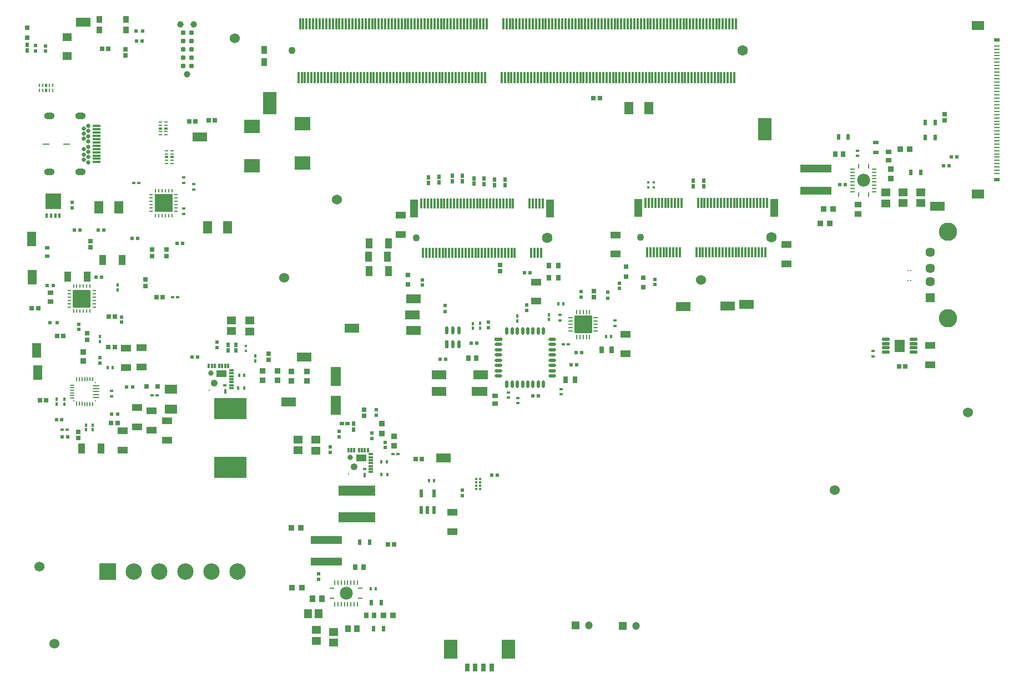
<source format=gbr>
%TF.GenerationSoftware,Altium Limited,Altium Designer,25.8.1 (18)*%
G04 Layer_Color=255*
%FSLAX45Y45*%
%MOMM*%
%TF.SameCoordinates,716D66D7-A0E9-4909-A487-8E51579E39AF*%
%TF.FilePolarity,Positive*%
%TF.FileFunction,Pads,Top*%
%TF.Part,Single*%
G01*
G75*
%TA.AperFunction,SMDPad,CuDef*%
%ADD10R,2.00000X3.50000*%
%ADD11R,0.30000X1.75000*%
%ADD12R,0.95814X0.91213*%
%ADD13R,0.70000X0.65000*%
%ADD14R,0.92000X1.30000*%
%ADD15R,0.67248X0.71535*%
%ADD16R,0.30000X0.72500*%
%ADD17R,0.57247X0.61535*%
%ADD18C,0.82688*%
%ADD19R,1.45620X1.25464*%
%ADD20R,2.33000X1.99000*%
%ADD21R,0.61535X0.57247*%
G04:AMPARAMS|DCode=22|XSize=0.2mm|YSize=1mm|CornerRadius=0.05mm|HoleSize=0mm|Usage=FLASHONLY|Rotation=270.000|XOffset=0mm|YOffset=0mm|HoleType=Round|Shape=RoundedRectangle|*
%AMROUNDEDRECTD22*
21,1,0.20000,0.90000,0,0,270.0*
21,1,0.10000,1.00000,0,0,270.0*
1,1,0.10000,-0.45000,-0.05000*
1,1,0.10000,-0.45000,0.05000*
1,1,0.10000,0.45000,0.05000*
1,1,0.10000,0.45000,-0.05000*
%
%ADD22ROUNDEDRECTD22*%
%ADD23C,1.52400*%
%ADD24R,0.28000X0.25000*%
%ADD25R,1.60000X1.05000*%
%ADD26R,0.50000X0.40000*%
%ADD27R,0.71535X0.67248*%
G04:AMPARAMS|DCode=28|XSize=0.45mm|YSize=1.15mm|CornerRadius=0.0495mm|HoleSize=0mm|Usage=FLASHONLY|Rotation=90.000|XOffset=0mm|YOffset=0mm|HoleType=Round|Shape=RoundedRectangle|*
%AMROUNDEDRECTD28*
21,1,0.45000,1.05100,0,0,90.0*
21,1,0.35100,1.15000,0,0,90.0*
1,1,0.09900,0.52550,0.17550*
1,1,0.09900,0.52550,-0.17550*
1,1,0.09900,-0.52550,-0.17550*
1,1,0.09900,-0.52550,0.17550*
%
%ADD28ROUNDEDRECTD28*%
G04:AMPARAMS|DCode=29|XSize=1.57mm|YSize=1.89mm|CornerRadius=0.0471mm|HoleSize=0mm|Usage=FLASHONLY|Rotation=0.000|XOffset=0mm|YOffset=0mm|HoleType=Round|Shape=RoundedRectangle|*
%AMROUNDEDRECTD29*
21,1,1.57000,1.79580,0,0,0.0*
21,1,1.47580,1.89000,0,0,0.0*
1,1,0.09420,0.73790,-0.89790*
1,1,0.09420,-0.73790,-0.89790*
1,1,0.09420,-0.73790,0.89790*
1,1,0.09420,0.73790,0.89790*
%
%ADD29ROUNDEDRECTD29*%
%ADD30R,0.45000X0.50000*%
%ADD31R,1.85000X1.35000*%
%ADD32R,0.50000X0.45000*%
%ADD33R,4.95300X3.17500*%
%ADD34R,0.91213X0.95814*%
%ADD35R,1.60000X3.00000*%
%ADD36R,2.20000X1.40000*%
%ADD37R,0.65000X0.70000*%
G04:AMPARAMS|DCode=38|XSize=0.24mm|YSize=0.58mm|CornerRadius=0.0504mm|HoleSize=0mm|Usage=FLASHONLY|Rotation=0.000|XOffset=0mm|YOffset=0mm|HoleType=Round|Shape=RoundedRectangle|*
%AMROUNDEDRECTD38*
21,1,0.24000,0.47920,0,0,0.0*
21,1,0.13920,0.58000,0,0,0.0*
1,1,0.10080,0.06960,-0.23960*
1,1,0.10080,-0.06960,-0.23960*
1,1,0.10080,-0.06960,0.23960*
1,1,0.10080,0.06960,0.23960*
%
%ADD38ROUNDEDRECTD38*%
%ADD39R,1.05000X1.60000*%
%ADD40R,0.47247X0.51535*%
%ADD41R,0.30000X1.55000*%
%ADD42R,0.80000X0.90000*%
G04:AMPARAMS|DCode=43|XSize=0.3mm|YSize=1.55mm|CornerRadius=0.0225mm|HoleSize=0mm|Usage=FLASHONLY|Rotation=0.000|XOffset=0mm|YOffset=0mm|HoleType=Round|Shape=RoundedRectangle|*
%AMROUNDEDRECTD43*
21,1,0.30000,1.50500,0,0,0.0*
21,1,0.25500,1.55000,0,0,0.0*
1,1,0.04500,0.12750,-0.75250*
1,1,0.04500,-0.12750,-0.75250*
1,1,0.04500,-0.12750,0.75250*
1,1,0.04500,0.12750,0.75250*
%
%ADD43ROUNDEDRECTD43*%
%ADD44R,0.90000X0.25000*%
%ADD45R,1.90000X1.40000*%
%ADD46R,0.90000X0.55000*%
%ADD47R,0.50000X0.90000*%
%ADD48R,0.95872X0.91213*%
%ADD49R,0.90000X0.50000*%
%TA.AperFunction,SMDPad,SMDef*%
%ADD50C,1.97100*%
%TA.AperFunction,SMDPad,CuDef*%
G04:AMPARAMS|DCode=51|XSize=0.24mm|YSize=0.6mm|CornerRadius=0.0504mm|HoleSize=0mm|Usage=FLASHONLY|Rotation=0.000|XOffset=0mm|YOffset=0mm|HoleType=Round|Shape=RoundedRectangle|*
%AMROUNDEDRECTD51*
21,1,0.24000,0.49920,0,0,0.0*
21,1,0.13920,0.60000,0,0,0.0*
1,1,0.10080,0.06960,-0.24960*
1,1,0.10080,-0.06960,-0.24960*
1,1,0.10080,-0.06960,0.24960*
1,1,0.10080,0.06960,0.24960*
%
%ADD51ROUNDEDRECTD51*%
%ADD52R,1.05000X0.95000*%
G04:AMPARAMS|DCode=53|XSize=2.7mm|YSize=2.7mm|CornerRadius=0.054mm|HoleSize=0mm|Usage=FLASHONLY|Rotation=0.000|XOffset=0mm|YOffset=0mm|HoleType=Round|Shape=RoundedRectangle|*
%AMROUNDEDRECTD53*
21,1,2.70000,2.59200,0,0,0.0*
21,1,2.59200,2.70000,0,0,0.0*
1,1,0.10800,1.29600,-1.29600*
1,1,0.10800,-1.29600,-1.29600*
1,1,0.10800,-1.29600,1.29600*
1,1,0.10800,1.29600,1.29600*
%
%ADD53ROUNDEDRECTD53*%
G04:AMPARAMS|DCode=54|XSize=0.24mm|YSize=0.6mm|CornerRadius=0.0504mm|HoleSize=0mm|Usage=FLASHONLY|Rotation=90.000|XOffset=0mm|YOffset=0mm|HoleType=Round|Shape=RoundedRectangle|*
%AMROUNDEDRECTD54*
21,1,0.24000,0.49920,0,0,90.0*
21,1,0.13920,0.60000,0,0,90.0*
1,1,0.10080,0.24960,0.06960*
1,1,0.10080,0.24960,-0.06960*
1,1,0.10080,-0.24960,-0.06960*
1,1,0.10080,-0.24960,0.06960*
%
%ADD54ROUNDEDRECTD54*%
G04:AMPARAMS|DCode=55|XSize=0.48583mm|YSize=1.18828mm|CornerRadius=0.24292mm|HoleSize=0mm|Usage=FLASHONLY|Rotation=0.000|XOffset=0mm|YOffset=0mm|HoleType=Round|Shape=RoundedRectangle|*
%AMROUNDEDRECTD55*
21,1,0.48583,0.70245,0,0,0.0*
21,1,0.00000,1.18828,0,0,0.0*
1,1,0.48583,0.00000,-0.35123*
1,1,0.48583,0.00000,-0.35123*
1,1,0.48583,0.00000,0.35123*
1,1,0.48583,0.00000,0.35123*
%
%ADD55ROUNDEDRECTD55*%
G04:AMPARAMS|DCode=56|XSize=1.18828mm|YSize=0.48583mm|CornerRadius=0.24292mm|HoleSize=0mm|Usage=FLASHONLY|Rotation=0.000|XOffset=0mm|YOffset=0mm|HoleType=Round|Shape=RoundedRectangle|*
%AMROUNDEDRECTD56*
21,1,1.18828,0.00000,0,0,0.0*
21,1,0.70245,0.48583,0,0,0.0*
1,1,0.48583,0.35123,0.00000*
1,1,0.48583,-0.35123,0.00000*
1,1,0.48583,-0.35123,0.00000*
1,1,0.48583,0.35123,0.00000*
%
%ADD56ROUNDEDRECTD56*%
%ADD57R,1.18828X0.48583*%
%ADD58R,0.75000X0.90000*%
%ADD59R,0.90000X0.75000*%
G04:AMPARAMS|DCode=60|XSize=1.20524mm|YSize=0.52981mm|CornerRadius=0.2649mm|HoleSize=0mm|Usage=FLASHONLY|Rotation=90.000|XOffset=0mm|YOffset=0mm|HoleType=Round|Shape=RoundedRectangle|*
%AMROUNDEDRECTD60*
21,1,1.20524,0.00000,0,0,90.0*
21,1,0.67543,0.52981,0,0,90.0*
1,1,0.52980,0.00000,0.33772*
1,1,0.52980,0.00000,-0.33772*
1,1,0.52980,0.00000,-0.33772*
1,1,0.52980,0.00000,0.33772*
%
%ADD60ROUNDEDRECTD60*%
%TA.AperFunction,ConnectorPad*%
%ADD61R,0.80000X1.30000*%
%TA.AperFunction,SMDPad,CuDef*%
%ADD62R,0.42000X0.31000*%
%TA.AperFunction,BGAPad,CuDef*%
%ADD63C,0.78700*%
%TA.AperFunction,SMDPad,CuDef*%
%ADD64R,0.60000X0.50000*%
G04:AMPARAMS|DCode=65|XSize=0.565mm|YSize=0.4mm|CornerRadius=0.05mm|HoleSize=0mm|Usage=FLASHONLY|Rotation=0.000|XOffset=0mm|YOffset=0mm|HoleType=Round|Shape=RoundedRectangle|*
%AMROUNDEDRECTD65*
21,1,0.56500,0.30000,0,0,0.0*
21,1,0.46500,0.40000,0,0,0.0*
1,1,0.10000,0.23250,-0.15000*
1,1,0.10000,-0.23250,-0.15000*
1,1,0.10000,-0.23250,0.15000*
1,1,0.10000,0.23250,0.15000*
%
%ADD65ROUNDEDRECTD65*%
%ADD66R,0.25000X0.60000*%
%ADD67R,0.60000X0.25000*%
%ADD68R,2.70000X2.70000*%
%ADD69R,0.90000X1.00000*%
%ADD70R,1.40000X1.30000*%
%ADD71R,1.20000X0.30000*%
%ADD72R,1.00000X0.20000*%
G04:AMPARAMS|DCode=73|XSize=0.565mm|YSize=0.4mm|CornerRadius=0.05mm|HoleSize=0mm|Usage=FLASHONLY|Rotation=270.000|XOffset=0mm|YOffset=0mm|HoleType=Round|Shape=RoundedRectangle|*
%AMROUNDEDRECTD73*
21,1,0.56500,0.30000,0,0,270.0*
21,1,0.46500,0.40000,0,0,270.0*
1,1,0.10000,-0.15000,-0.23250*
1,1,0.10000,-0.15000,0.23250*
1,1,0.10000,0.15000,0.23250*
1,1,0.10000,0.15000,-0.23250*
%
%ADD73ROUNDEDRECTD73*%
%ADD74R,0.80000X0.80000*%
%ADD75R,0.52000X0.56000*%
%ADD76R,0.80000X0.55000*%
%ADD77R,1.40000X2.20000*%
%ADD78R,0.65000X0.60000*%
%ADD79R,0.60000X0.65000*%
%ADD80R,0.72500X0.30000*%
%ADD81R,1.57500X1.05000*%
%ADD82R,0.40000X0.50000*%
%ADD83R,0.45000X0.60000*%
G04:AMPARAMS|DCode=84|XSize=1.21mm|YSize=0.59mm|CornerRadius=0.07375mm|HoleSize=0mm|Usage=FLASHONLY|Rotation=90.000|XOffset=0mm|YOffset=0mm|HoleType=Round|Shape=RoundedRectangle|*
%AMROUNDEDRECTD84*
21,1,1.21000,0.44250,0,0,90.0*
21,1,1.06250,0.59000,0,0,90.0*
1,1,0.14750,0.22125,0.53125*
1,1,0.14750,0.22125,-0.53125*
1,1,0.14750,-0.22125,-0.53125*
1,1,0.14750,-0.22125,0.53125*
%
%ADD84ROUNDEDRECTD84*%
%ADD85C,1.08000*%
%ADD86R,0.95000X1.05000*%
%ADD87R,1.25464X1.45620*%
%TA.AperFunction,ConnectorPad*%
%ADD88R,0.71535X0.67248*%
%TA.AperFunction,SMDPad,CuDef*%
%ADD89R,0.95000X0.85000*%
G04:AMPARAMS|DCode=90|XSize=0.2mm|YSize=0.6mm|CornerRadius=0.05mm|HoleSize=0mm|Usage=FLASHONLY|Rotation=270.000|XOffset=0mm|YOffset=0mm|HoleType=Round|Shape=RoundedRectangle|*
%AMROUNDEDRECTD90*
21,1,0.20000,0.50000,0,0,270.0*
21,1,0.10000,0.60000,0,0,270.0*
1,1,0.10000,-0.25000,-0.05000*
1,1,0.10000,-0.25000,0.05000*
1,1,0.10000,0.25000,0.05000*
1,1,0.10000,0.25000,-0.05000*
%
%ADD90ROUNDEDRECTD90*%
%ADD91R,0.51535X0.47247*%
%ADD92R,0.76000X0.72000*%
G04:AMPARAMS|DCode=93|XSize=0.6mm|YSize=0.24mm|CornerRadius=0.0504mm|HoleSize=0mm|Usage=FLASHONLY|Rotation=270.000|XOffset=0mm|YOffset=0mm|HoleType=Round|Shape=RoundedRectangle|*
%AMROUNDEDRECTD93*
21,1,0.60000,0.13920,0,0,270.0*
21,1,0.49920,0.24000,0,0,270.0*
1,1,0.10080,-0.06960,-0.24960*
1,1,0.10080,-0.06960,0.24960*
1,1,0.10080,0.06960,0.24960*
1,1,0.10080,0.06960,-0.24960*
%
%ADD93ROUNDEDRECTD93*%
%ADD94R,4.70000X1.18000*%
%ADD95R,5.60000X1.55000*%
%ADD96R,0.50000X0.55000*%
%ADD97R,0.52981X1.20524*%
G04:AMPARAMS|DCode=98|XSize=0.6mm|YSize=0.24mm|CornerRadius=0.0504mm|HoleSize=0mm|Usage=FLASHONLY|Rotation=0.000|XOffset=0mm|YOffset=0mm|HoleType=Round|Shape=RoundedRectangle|*
%AMROUNDEDRECTD98*
21,1,0.60000,0.13920,0,0,0.0*
21,1,0.49920,0.24000,0,0,0.0*
1,1,0.10080,0.24960,-0.06960*
1,1,0.10080,-0.24960,-0.06960*
1,1,0.10080,-0.24960,0.06960*
1,1,0.10080,0.24960,0.06960*
%
%ADD98ROUNDEDRECTD98*%
%ADD99R,0.80000X0.80000*%
G04:AMPARAMS|DCode=100|XSize=0.65mm|YSize=0.2mm|CornerRadius=0.05mm|HoleSize=0mm|Usage=FLASHONLY|Rotation=270.000|XOffset=0mm|YOffset=0mm|HoleType=Round|Shape=RoundedRectangle|*
%AMROUNDEDRECTD100*
21,1,0.65000,0.10000,0,0,270.0*
21,1,0.55000,0.20000,0,0,270.0*
1,1,0.10000,-0.05000,-0.27500*
1,1,0.10000,-0.05000,0.27500*
1,1,0.10000,0.05000,0.27500*
1,1,0.10000,0.05000,-0.27500*
%
%ADD100ROUNDEDRECTD100*%
G04:AMPARAMS|DCode=101|XSize=0.6mm|YSize=0.2mm|CornerRadius=0.05mm|HoleSize=0mm|Usage=FLASHONLY|Rotation=270.000|XOffset=0mm|YOffset=0mm|HoleType=Round|Shape=RoundedRectangle|*
%AMROUNDEDRECTD101*
21,1,0.60000,0.10000,0,0,270.0*
21,1,0.50000,0.20000,0,0,270.0*
1,1,0.10000,-0.05000,-0.25000*
1,1,0.10000,-0.05000,0.25000*
1,1,0.10000,0.05000,0.25000*
1,1,0.10000,0.05000,-0.25000*
%
%ADD101ROUNDEDRECTD101*%
%ADD102R,0.60000X0.55000*%
%ADD103C,0.17501*%
G04:AMPARAMS|DCode=104|XSize=0.68mm|YSize=0.2mm|CornerRadius=0.05mm|HoleSize=0mm|Usage=FLASHONLY|Rotation=270.000|XOffset=0mm|YOffset=0mm|HoleType=Round|Shape=RoundedRectangle|*
%AMROUNDEDRECTD104*
21,1,0.68000,0.10000,0,0,270.0*
21,1,0.58000,0.20000,0,0,270.0*
1,1,0.10000,-0.05000,-0.29000*
1,1,0.10000,-0.05000,0.29000*
1,1,0.10000,0.05000,0.29000*
1,1,0.10000,0.05000,-0.29000*
%
%ADD104ROUNDEDRECTD104*%
G04:AMPARAMS|DCode=105|XSize=0.2mm|YSize=0.95mm|CornerRadius=0.05mm|HoleSize=0mm|Usage=FLASHONLY|Rotation=270.000|XOffset=0mm|YOffset=0mm|HoleType=Round|Shape=RoundedRectangle|*
%AMROUNDEDRECTD105*
21,1,0.20000,0.85000,0,0,270.0*
21,1,0.10000,0.95000,0,0,270.0*
1,1,0.10000,-0.42500,-0.05000*
1,1,0.10000,-0.42500,0.05000*
1,1,0.10000,0.42500,0.05000*
1,1,0.10000,0.42500,-0.05000*
%
%ADD105ROUNDEDRECTD105*%
%ADD106C,0.19159*%
G04:AMPARAMS|DCode=107|XSize=0.7mm|YSize=0.2mm|CornerRadius=0.05mm|HoleSize=0mm|Usage=FLASHONLY|Rotation=270.000|XOffset=0mm|YOffset=0mm|HoleType=Round|Shape=RoundedRectangle|*
%AMROUNDEDRECTD107*
21,1,0.70000,0.10000,0,0,270.0*
21,1,0.60000,0.20000,0,0,270.0*
1,1,0.10000,-0.05000,-0.30000*
1,1,0.10000,-0.05000,0.30000*
1,1,0.10000,0.05000,0.30000*
1,1,0.10000,0.05000,-0.30000*
%
%ADD107ROUNDEDRECTD107*%
G04:AMPARAMS|DCode=108|XSize=0.58mm|YSize=0.24mm|CornerRadius=0.0504mm|HoleSize=0mm|Usage=FLASHONLY|Rotation=0.000|XOffset=0mm|YOffset=0mm|HoleType=Round|Shape=RoundedRectangle|*
%AMROUNDEDRECTD108*
21,1,0.58000,0.13920,0,0,0.0*
21,1,0.47920,0.24000,0,0,0.0*
1,1,0.10080,0.23960,-0.06960*
1,1,0.10080,-0.23960,-0.06960*
1,1,0.10080,-0.23960,0.06960*
1,1,0.10080,0.23960,0.06960*
%
%ADD108ROUNDEDRECTD108*%
%ADD109C,0.15750*%
%ADD110R,0.96213X0.93504*%
%ADD111R,0.86213X0.73504*%
%ADD112R,0.73504X0.86213*%
%ADD113R,0.90000X1.05000*%
%ADD114R,1.35000X1.85000*%
%TA.AperFunction,ConnectorPad*%
%ADD115R,2.10000X3.00000*%
%TA.AperFunction,SMDPad,CuDef*%
%ADD116R,1.20000X2.75000*%
%ADD117R,0.40000X0.75000*%
%ADD118R,2.45000X2.40000*%
%ADD119R,0.45000X0.45000*%
%ADD120R,0.57247X0.63933*%
G04:AMPARAMS|DCode=121|XSize=1.2mm|YSize=2.75mm|CornerRadius=0.09mm|HoleSize=0mm|Usage=FLASHONLY|Rotation=0.000|XOffset=0mm|YOffset=0mm|HoleType=Round|Shape=RoundedRectangle|*
%AMROUNDEDRECTD121*
21,1,1.20000,2.57000,0,0,0.0*
21,1,1.02000,2.75000,0,0,0.0*
1,1,0.18000,0.51000,-1.28500*
1,1,0.18000,-0.51000,-1.28500*
1,1,0.18000,-0.51000,1.28500*
1,1,0.18000,0.51000,1.28500*
%
%ADD121ROUNDEDRECTD121*%
%ADD122R,2.40000X1.40000*%
G04:AMPARAMS|DCode=123|XSize=0.565mm|YSize=0.2mm|CornerRadius=0.05mm|HoleSize=0mm|Usage=FLASHONLY|Rotation=0.000|XOffset=0mm|YOffset=0mm|HoleType=Round|Shape=RoundedRectangle|*
%AMROUNDEDRECTD123*
21,1,0.56500,0.10000,0,0,0.0*
21,1,0.46500,0.20000,0,0,0.0*
1,1,0.10000,0.23250,-0.05000*
1,1,0.10000,-0.23250,-0.05000*
1,1,0.10000,-0.23250,0.05000*
1,1,0.10000,0.23250,0.05000*
%
%ADD123ROUNDEDRECTD123*%
G04:AMPARAMS|DCode=124|XSize=0.565mm|YSize=0.2mm|CornerRadius=0.05mm|HoleSize=0mm|Usage=FLASHONLY|Rotation=270.000|XOffset=0mm|YOffset=0mm|HoleType=Round|Shape=RoundedRectangle|*
%AMROUNDEDRECTD124*
21,1,0.56500,0.10000,0,0,270.0*
21,1,0.46500,0.20000,0,0,270.0*
1,1,0.10000,-0.05000,-0.23250*
1,1,0.10000,-0.05000,0.23250*
1,1,0.10000,0.05000,0.23250*
1,1,0.10000,0.05000,-0.23250*
%
%ADD124ROUNDEDRECTD124*%
%ADD125C,0.27233*%
%ADD126R,0.58000X0.38000*%
%ADD127R,0.30000X0.73000*%
%ADD128R,0.43000X0.31000*%
%ADD129R,0.81213X0.65872*%
%ADD130R,0.75000X1.00000*%
%ADD131R,0.60000X0.60000*%
%ADD132R,0.55000X0.55000*%
%TA.AperFunction,ComponentPad*%
%ADD148C,1.10000*%
%ADD149C,1.60000*%
%ADD150R,1.45000X1.45000*%
%ADD151C,1.45000*%
%ADD152C,2.80000*%
%ADD153C,0.65000*%
%ADD154O,1.60000X1.00000*%
%ADD155C,2.50000*%
%ADD156R,2.50000X2.50000*%
%ADD157C,0.99100*%
%ADD158C,1.20000*%
%ADD159R,1.20000X1.20000*%
%TA.AperFunction,WasherPad*%
%ADD160C,1.52400*%
D10*
X13962500Y10928800D02*
D03*
X6412500Y11328800D02*
D03*
D11*
X6850000Y11718800D02*
D03*
X6900000D02*
D03*
X6950000D02*
D03*
X7000000D02*
D03*
X7050000D02*
D03*
X7100000D02*
D03*
X7150000D02*
D03*
X7200000D02*
D03*
X7250000D02*
D03*
X7300000D02*
D03*
X7350000D02*
D03*
X7400000D02*
D03*
X7450000D02*
D03*
X7500000D02*
D03*
X7550000D02*
D03*
X7600000D02*
D03*
X7650000D02*
D03*
X7700000D02*
D03*
X7750000D02*
D03*
X7800000D02*
D03*
X7850000D02*
D03*
X7900000D02*
D03*
X7950000D02*
D03*
X8000000D02*
D03*
X8050000D02*
D03*
X8100000D02*
D03*
X8150000D02*
D03*
X8200000D02*
D03*
X8250000D02*
D03*
X8300000D02*
D03*
X8350000D02*
D03*
X8400000D02*
D03*
X8450000D02*
D03*
X8500000D02*
D03*
X8550000D02*
D03*
X8600000D02*
D03*
X8650000D02*
D03*
X8700000D02*
D03*
X8750000D02*
D03*
X8800000D02*
D03*
X8850000D02*
D03*
X8900000D02*
D03*
X8950000D02*
D03*
X9000000D02*
D03*
X9050000D02*
D03*
X9100000D02*
D03*
X9150000D02*
D03*
X9200000D02*
D03*
X9250000D02*
D03*
X9300000D02*
D03*
X9350000D02*
D03*
X9400000D02*
D03*
X9450000D02*
D03*
X9500000D02*
D03*
X9550000D02*
D03*
X9600000D02*
D03*
X9650000D02*
D03*
X9700000D02*
D03*
X6875000Y12538800D02*
D03*
X6925000D02*
D03*
X6975000D02*
D03*
X7025000D02*
D03*
X7075000D02*
D03*
X7125000D02*
D03*
X7175000D02*
D03*
X7225000D02*
D03*
X7275000D02*
D03*
X7325000D02*
D03*
X7375000D02*
D03*
X7425000D02*
D03*
X7475000D02*
D03*
X7525000D02*
D03*
X7575000D02*
D03*
X7625000D02*
D03*
X7675000D02*
D03*
X7725000D02*
D03*
X7775000D02*
D03*
X7825000D02*
D03*
X7875000D02*
D03*
X7925000D02*
D03*
X7975000D02*
D03*
X8025000D02*
D03*
X8075000D02*
D03*
X8125000D02*
D03*
X8175000D02*
D03*
X8225000D02*
D03*
X8275000D02*
D03*
X8325000D02*
D03*
X8375000D02*
D03*
X8425000D02*
D03*
X8475000D02*
D03*
X8525000D02*
D03*
X8575000D02*
D03*
X8625000D02*
D03*
X8675000D02*
D03*
X8725000D02*
D03*
X8775000D02*
D03*
X8825000D02*
D03*
X8875000D02*
D03*
X8925000D02*
D03*
X8975000D02*
D03*
X9025000D02*
D03*
X9075000D02*
D03*
X9125000D02*
D03*
X9175000D02*
D03*
X9225000D02*
D03*
X9275000D02*
D03*
X9325000D02*
D03*
X9375000D02*
D03*
X9425000D02*
D03*
X9475000D02*
D03*
X9525000D02*
D03*
X9575000D02*
D03*
X9625000D02*
D03*
X9675000D02*
D03*
X9725000D02*
D03*
X9950000Y11718800D02*
D03*
X10000000D02*
D03*
X10050000D02*
D03*
X10100000D02*
D03*
X10150000D02*
D03*
X10200000D02*
D03*
X10250000D02*
D03*
X10300000D02*
D03*
X10350000D02*
D03*
X10400000D02*
D03*
X10450000D02*
D03*
X10500000D02*
D03*
X10550000D02*
D03*
X10600000D02*
D03*
X10650000D02*
D03*
X10700000D02*
D03*
X10750000D02*
D03*
X10800000D02*
D03*
X10850000D02*
D03*
X10900000D02*
D03*
X10950000D02*
D03*
X11000000D02*
D03*
X11050000D02*
D03*
X11100000D02*
D03*
X11150000D02*
D03*
X11200000D02*
D03*
X11250000D02*
D03*
X11300000D02*
D03*
X11350000D02*
D03*
X11400000D02*
D03*
X11450000D02*
D03*
X11500000D02*
D03*
X11550000D02*
D03*
X11600000D02*
D03*
X11650000D02*
D03*
X11700000D02*
D03*
X11750000D02*
D03*
X11800000D02*
D03*
X11850000D02*
D03*
X11900000D02*
D03*
X11950000D02*
D03*
X12000000D02*
D03*
X12050000D02*
D03*
X12100000D02*
D03*
X12150000D02*
D03*
X12200000D02*
D03*
X12250000D02*
D03*
X12300000D02*
D03*
X12350000D02*
D03*
X12400000D02*
D03*
X12450000D02*
D03*
X12500000D02*
D03*
X12550000D02*
D03*
X12600000D02*
D03*
X12650000D02*
D03*
X12700000D02*
D03*
X12750000D02*
D03*
X12800000D02*
D03*
X12850000D02*
D03*
X12900000D02*
D03*
X12950000D02*
D03*
X13000000D02*
D03*
X13050000D02*
D03*
X13100000D02*
D03*
X13150000D02*
D03*
X13200000D02*
D03*
X13250000D02*
D03*
X13300000D02*
D03*
X13350000D02*
D03*
X13400000D02*
D03*
X13450000D02*
D03*
X13500000D02*
D03*
X9975000Y12538800D02*
D03*
X10025000D02*
D03*
X10075000D02*
D03*
X10125000D02*
D03*
X10175000D02*
D03*
X10225000D02*
D03*
X10275000D02*
D03*
X10325000D02*
D03*
X10375000D02*
D03*
X10425000D02*
D03*
X10475000D02*
D03*
X10525000D02*
D03*
X10575000D02*
D03*
X10625000D02*
D03*
X10675000D02*
D03*
X10725000D02*
D03*
X10775000D02*
D03*
X10825000D02*
D03*
X10875000D02*
D03*
X10925000D02*
D03*
X10975000D02*
D03*
X11025000D02*
D03*
X11075000D02*
D03*
X11125000D02*
D03*
X11175000D02*
D03*
X11225000D02*
D03*
X11275000D02*
D03*
X11325000D02*
D03*
X11375000D02*
D03*
X11425000D02*
D03*
X11475000D02*
D03*
X11525000D02*
D03*
X11575000D02*
D03*
X11625000D02*
D03*
X11675000D02*
D03*
X11725000D02*
D03*
X11775000D02*
D03*
X11825000D02*
D03*
X11875000D02*
D03*
X11925000D02*
D03*
X11975000D02*
D03*
X12025000D02*
D03*
X12075000D02*
D03*
X12125000D02*
D03*
X12175000D02*
D03*
X12225000D02*
D03*
X12275000D02*
D03*
X12325000D02*
D03*
X12375000D02*
D03*
X12425000D02*
D03*
X12475000D02*
D03*
X12525000D02*
D03*
X12575000D02*
D03*
X12625000D02*
D03*
X12675000D02*
D03*
X12725000D02*
D03*
X12775000D02*
D03*
X12825000D02*
D03*
X12875000D02*
D03*
X12925000D02*
D03*
X12975000D02*
D03*
X13025000D02*
D03*
X13075000D02*
D03*
X13125000D02*
D03*
X13175000D02*
D03*
X13225000D02*
D03*
X13275000D02*
D03*
X13325000D02*
D03*
X13375000D02*
D03*
X13425000D02*
D03*
X13475000D02*
D03*
X13525000D02*
D03*
D12*
X6744794Y4837015D02*
D03*
X6890193D02*
D03*
X14863976Y9711453D02*
D03*
X14814241Y9491980D02*
D03*
X6754821Y3929380D02*
D03*
X6900219D02*
D03*
X14959639Y9491980D02*
D03*
X15009375Y9711453D02*
D03*
D13*
X11352020Y11404600D02*
D03*
X11447020D02*
D03*
X3952500Y7600000D02*
D03*
X4047500D02*
D03*
X5478780Y11059160D02*
D03*
X5573780D02*
D03*
X8310120Y4584700D02*
D03*
X8215120D02*
D03*
X4682500Y8360000D02*
D03*
X4777500D02*
D03*
X3956300Y8061960D02*
D03*
X4051300D02*
D03*
D14*
X6329680Y11949680D02*
D03*
Y12139680D02*
D03*
D15*
X7856220Y6644236D02*
D03*
X11353487Y8455256D02*
D03*
X16708121Y11155680D02*
D03*
X4838476Y8991112D02*
D03*
X4620000Y8992144D02*
D03*
X4520000Y8630000D02*
D03*
X16708121Y11059967D02*
D03*
X11353487Y8359544D02*
D03*
X4520000Y8534287D02*
D03*
X4620000Y9087856D02*
D03*
X4838476Y9086824D02*
D03*
X7856220Y6548524D02*
D03*
D16*
X7703750Y6028551D02*
D03*
X5573750Y7311250D02*
D03*
X5778750D02*
D03*
X7908750Y6028551D02*
D03*
X5733750Y7311250D02*
D03*
X5688750D02*
D03*
X5483750D02*
D03*
X5528750D02*
D03*
X5643750D02*
D03*
X7613750Y6028551D02*
D03*
X7658750D02*
D03*
X7863750D02*
D03*
X7773750D02*
D03*
X7818750D02*
D03*
D17*
X7338060Y5992184D02*
D03*
X5612647Y7588573D02*
D03*
X11165840Y8450256D02*
D03*
X11567160Y8435016D02*
D03*
X10334504Y8240883D02*
D03*
X9752841Y7984467D02*
D03*
X9085580Y8231493D02*
D03*
X9352280Y5331460D02*
D03*
X2838884Y12209239D02*
D03*
X8037647Y6640523D02*
D03*
X7970520Y6291580D02*
D03*
X7338060Y6077896D02*
D03*
X5612647Y7674285D02*
D03*
X3821376Y7355252D02*
D03*
X9352280Y5417173D02*
D03*
X9085580Y8145780D02*
D03*
X9752841Y7898754D02*
D03*
X3821376Y7440965D02*
D03*
X7970520Y6205867D02*
D03*
X7470000Y6315713D02*
D03*
Y6230000D02*
D03*
X3395980Y9726307D02*
D03*
Y9812020D02*
D03*
X2838884Y12123527D02*
D03*
X7157419Y4055640D02*
D03*
Y4141353D02*
D03*
X10334504Y8155171D02*
D03*
X11567160Y8349304D02*
D03*
X11165840Y8364544D02*
D03*
X8037647Y6554811D02*
D03*
D18*
X7642813Y5916364D02*
D03*
X5512813Y7199063D02*
D03*
D19*
X7117893Y6018789D02*
D03*
X6846873Y6024915D02*
D03*
X6103857Y7839052D02*
D03*
X5832837Y7844912D02*
D03*
X16343550Y9798619D02*
D03*
X16075661Y9798022D02*
D03*
X15808949Y9796316D02*
D03*
X5832837Y8010069D02*
D03*
X6103857Y8004208D02*
D03*
X7117893Y6183945D02*
D03*
X6846873Y6190071D02*
D03*
X7383523Y3085632D02*
D03*
X7122160Y3116524D02*
D03*
X16343550Y9963775D02*
D03*
X16075661Y9963178D02*
D03*
X15808949Y9961473D02*
D03*
X7383523Y3250789D02*
D03*
X7122160Y3281680D02*
D03*
D20*
X6911340Y11009640D02*
D03*
X6139180Y10971540D02*
D03*
X6911340Y10407640D02*
D03*
X6139180Y10369540D02*
D03*
D21*
X4003364Y6578600D02*
D03*
X10384427Y8734962D02*
D03*
X10298715D02*
D03*
X11170273Y7513320D02*
D03*
X11093424Y7330673D02*
D03*
X10424807Y6855460D02*
D03*
X9489440Y7658100D02*
D03*
X9887573Y5646420D02*
D03*
X4462386Y12277056D02*
D03*
X3762064Y8666480D02*
D03*
X3021309Y8536124D02*
D03*
X9009858Y7412204D02*
D03*
X4318000Y6990080D02*
D03*
X4089076Y6578600D02*
D03*
X9095570Y7412204D02*
D03*
X9801860Y5646420D02*
D03*
X4232287Y6990080D02*
D03*
X3847776Y8666480D02*
D03*
X15196497Y10081260D02*
D03*
X15110783D02*
D03*
X5229104Y7446124D02*
D03*
X5314817D02*
D03*
X4376673Y12277056D02*
D03*
X3107022Y8536124D02*
D03*
X11007711Y7330673D02*
D03*
X10510520Y6855460D02*
D03*
X9575153Y7658100D02*
D03*
X11084560Y7513320D02*
D03*
D22*
X3760000Y6830000D02*
D03*
Y6920000D02*
D03*
Y6965000D02*
D03*
Y6875000D02*
D03*
D23*
X7436206Y9849573D02*
D03*
X15028265Y5417273D02*
D03*
X2898140Y4246880D02*
D03*
D24*
X16190199Y8771449D02*
D03*
X16146201D02*
D03*
X16190199Y8611946D02*
D03*
X16146201D02*
D03*
D25*
X16484599Y7625440D02*
D03*
Y7330440D02*
D03*
X8412480Y9319260D02*
D03*
X14293259Y8869836D02*
D03*
X11687404Y9018479D02*
D03*
X14293259Y9164837D02*
D03*
X11687404Y9313479D02*
D03*
X11838059Y7500000D02*
D03*
X10479740Y8593838D02*
D03*
X9200000Y4782500D02*
D03*
X8412480Y9614260D02*
D03*
X4455160Y7297060D02*
D03*
X4216400Y7289440D02*
D03*
X4610100Y6331860D02*
D03*
X4847892Y6177211D02*
D03*
X4385745Y6379631D02*
D03*
X4165302Y6022476D02*
D03*
X9200000Y5077500D02*
D03*
X11838059Y7795000D02*
D03*
X4165302Y6317476D02*
D03*
X4847892Y6472212D02*
D03*
X4385745Y6674631D02*
D03*
X4610100Y6626860D02*
D03*
X4455160Y7592060D02*
D03*
X4216400Y7584440D02*
D03*
X10479740Y8298838D02*
D03*
D26*
X15620000Y7460000D02*
D03*
Y7540000D02*
D03*
X15382320Y10597260D02*
D03*
X11676380Y7922900D02*
D03*
X10838180Y8089900D02*
D03*
X10861035Y6879130D02*
D03*
X10055640Y6829456D02*
D03*
X10200640Y6744201D02*
D03*
X5099987Y10188042D02*
D03*
X5250180Y10086340D02*
D03*
X5100000Y9633674D02*
D03*
X4003040Y6929120D02*
D03*
Y6849120D02*
D03*
X15382320Y10517260D02*
D03*
X10838180Y8009900D02*
D03*
X5100000Y9713674D02*
D03*
X5250180Y10006340D02*
D03*
X5099987Y10108042D02*
D03*
X11676380Y8002900D02*
D03*
X10055640Y6909456D02*
D03*
X10200640Y6824200D02*
D03*
X10861035Y6959130D02*
D03*
D27*
X16110001Y7300000D02*
D03*
X16014288D02*
D03*
X2784288Y8190000D02*
D03*
X2908199Y6785976D02*
D03*
X3003911D02*
D03*
X5182099Y11043607D02*
D03*
X3855720Y12152529D02*
D03*
X8735713Y5890000D02*
D03*
X8640000D02*
D03*
X2880000Y8190000D02*
D03*
X3951433Y12152529D02*
D03*
X5277811Y11043607D02*
D03*
D28*
X16232500Y7587500D02*
D03*
Y7652500D02*
D03*
Y7717500D02*
D03*
Y7522500D02*
D03*
X15807500Y7717500D02*
D03*
Y7587500D02*
D03*
Y7652500D02*
D03*
Y7522500D02*
D03*
D29*
X16020000Y7620000D02*
D03*
D30*
X3715467Y6335148D02*
D03*
X3280000Y6725000D02*
D03*
X3160000D02*
D03*
X3820000Y7757500D02*
D03*
X10190480Y8076600D02*
D03*
X6190000Y7467500D02*
D03*
X3606800Y6335360D02*
D03*
X10668000Y8094380D02*
D03*
X3715467Y6410148D02*
D03*
X3606800Y6410360D02*
D03*
X3820000Y7682500D02*
D03*
X3280000Y6800000D02*
D03*
X4097020Y8546500D02*
D03*
X3160000Y6800000D02*
D03*
X4097020Y8471500D02*
D03*
X6190000Y7392500D02*
D03*
X10668000Y8019380D02*
D03*
X9621520Y7885360D02*
D03*
Y7960360D02*
D03*
X10190480Y8001600D02*
D03*
X9514321Y7884141D02*
D03*
Y7959141D02*
D03*
D31*
X4903659Y6652212D02*
D03*
Y6957212D02*
D03*
D32*
X4695759Y6859600D02*
D03*
X5005000Y8360000D02*
D03*
X10966950Y7639201D02*
D03*
X4342500Y10110000D02*
D03*
X8370450Y5965778D02*
D03*
X3250000Y6340000D02*
D03*
X3325000D02*
D03*
X4620759Y6859600D02*
D03*
X4930000Y8360000D02*
D03*
X4417500Y10110000D02*
D03*
X8295450Y5965778D02*
D03*
X10891950Y7639201D02*
D03*
D33*
X5808980Y5759450D02*
D03*
Y6661150D02*
D03*
D34*
X6305592Y7236693D02*
D03*
X6529166D02*
D03*
X6745779Y7225088D02*
D03*
X6980000Y7225399D02*
D03*
X8120380Y6427779D02*
D03*
X8305607Y6091256D02*
D03*
X6980000Y7080000D02*
D03*
X6745779Y7079689D02*
D03*
X6529166Y7091294D02*
D03*
X6305592D02*
D03*
X8120380Y6282381D02*
D03*
X8305607Y6236655D02*
D03*
D35*
X7420000Y7150000D02*
D03*
Y6710000D02*
D03*
D36*
X6934853Y7451206D02*
D03*
X6700000Y6760000D02*
D03*
X9065000Y5905000D02*
D03*
X16596359Y9748520D02*
D03*
X3564456Y12562900D02*
D03*
X5349240Y10812780D02*
D03*
X7668260Y7886700D02*
D03*
X8996600Y6926580D02*
D03*
Y7180580D02*
D03*
X9626600D02*
D03*
X13682980Y8249920D02*
D03*
X12717780Y8219440D02*
D03*
X13401041Y8229600D02*
D03*
X8590280Y8087360D02*
D03*
X8603632Y7852367D02*
D03*
X8605520Y8333740D02*
D03*
D37*
X6400000Y7497500D02*
D03*
X9923780Y8756900D02*
D03*
X3630000Y7712500D02*
D03*
X3489667Y6212232D02*
D03*
Y6307232D02*
D03*
X9923780Y8851900D02*
D03*
X6400000Y7402500D02*
D03*
X3630000Y7807500D02*
D03*
X3680000Y9122500D02*
D03*
Y9217500D02*
D03*
X4211320Y12053060D02*
D03*
Y12148060D02*
D03*
D38*
X3670000Y8147500D02*
D03*
X3620000D02*
D03*
X3470000D02*
D03*
X3420000D02*
D03*
X3520000D02*
D03*
X3570000D02*
D03*
X3420000Y8530000D02*
D03*
X3470000D02*
D03*
X3520000D02*
D03*
X3570000D02*
D03*
X3620000D02*
D03*
X3670000D02*
D03*
D39*
X8221980Y8760460D02*
D03*
X8211018Y8982120D02*
D03*
X8227060Y9182100D02*
D03*
X7932060D02*
D03*
X7916018Y8982120D02*
D03*
X7926980Y8760460D02*
D03*
X3863160Y8930640D02*
D03*
X3624770Y8679000D02*
D03*
X3545660Y6047740D02*
D03*
X3840660D02*
D03*
X4158160Y8930640D02*
D03*
X3329770Y8679000D02*
D03*
D40*
X8745220Y8628136D02*
D03*
X11748684Y8494499D02*
D03*
X12288520Y8559800D02*
D03*
X2995007Y12199199D02*
D03*
X3497500Y7867713D02*
D03*
X8745220Y8552424D02*
D03*
X12288520Y8635513D02*
D03*
X11748684Y8570212D02*
D03*
X2995007Y12123487D02*
D03*
X3497500Y7943426D02*
D03*
D41*
X8750257Y9042100D02*
D03*
X8800257D02*
D03*
X9100257D02*
D03*
X9000257D02*
D03*
X9050257D02*
D03*
X10500257D02*
D03*
X9150257D02*
D03*
X10450257D02*
D03*
X10550257D02*
D03*
X10575257Y9797100D02*
D03*
X10525257D02*
D03*
X10475257D02*
D03*
X9975257D02*
D03*
X10125257D02*
D03*
X9675257D02*
D03*
X9825257D02*
D03*
X9375257D02*
D03*
X9525257D02*
D03*
X9075257D02*
D03*
X9225257D02*
D03*
X8925257D02*
D03*
X8725257D02*
D03*
X8775257D02*
D03*
X9925257D02*
D03*
X9275257D02*
D03*
X10050257Y9042100D02*
D03*
X9775257Y9797100D02*
D03*
X8825257D02*
D03*
X9175257D02*
D03*
X9425257D02*
D03*
X10075257D02*
D03*
X10000257Y9042100D02*
D03*
X8875257Y9797100D02*
D03*
X9475257D02*
D03*
X9950257Y9042100D02*
D03*
X9725257Y9797100D02*
D03*
X9125257D02*
D03*
X10025257D02*
D03*
X10400257Y9042100D02*
D03*
X10150257D02*
D03*
X10100257D02*
D03*
X9900257D02*
D03*
X9850257D02*
D03*
X9800257D02*
D03*
X9750257D02*
D03*
X9700257D02*
D03*
X9650257D02*
D03*
X9600257D02*
D03*
X9550257D02*
D03*
X9500257D02*
D03*
X9450257D02*
D03*
X9400257D02*
D03*
X9350257D02*
D03*
X9300257D02*
D03*
X9250257D02*
D03*
X9200257D02*
D03*
X8950257D02*
D03*
X8900257D02*
D03*
X8850257D02*
D03*
X10425257Y9797100D02*
D03*
X10375257D02*
D03*
X9875257D02*
D03*
X9625257D02*
D03*
X9575257D02*
D03*
X9325257D02*
D03*
X9025257D02*
D03*
X8975257D02*
D03*
D42*
X10672640Y8659506D02*
D03*
X10817640D02*
D03*
Y8844506D02*
D03*
X10672640D02*
D03*
D43*
X12170759Y9048410D02*
D03*
X13920760D02*
D03*
X13970760D02*
D03*
X12220759D02*
D03*
X13695760Y9803410D02*
D03*
X13995760D02*
D03*
X13845760D02*
D03*
X13545760D02*
D03*
X13395760D02*
D03*
X12945760D02*
D03*
X12295759D02*
D03*
X13245760D02*
D03*
X13095760D02*
D03*
X12145759D02*
D03*
X12570759Y9048410D02*
D03*
X13370760D02*
D03*
X12970760D02*
D03*
X13020760D02*
D03*
X12670759D02*
D03*
X12920760D02*
D03*
X13045760Y9803410D02*
D03*
X12995760D02*
D03*
X12420759Y9048410D02*
D03*
X12370759D02*
D03*
X12320759D02*
D03*
X12270759D02*
D03*
X12195759Y9803410D02*
D03*
X12245759D02*
D03*
X12345759D02*
D03*
X12395759D02*
D03*
X12445759D02*
D03*
X12470759Y9048410D02*
D03*
X12495759Y9803410D02*
D03*
X12520759Y9048410D02*
D03*
X12545759Y9803410D02*
D03*
X12595759D02*
D03*
X12645759D02*
D03*
X12695759D02*
D03*
X13070760Y9048410D02*
D03*
X13120760D02*
D03*
X13145760Y9803410D02*
D03*
X13170760Y9048410D02*
D03*
X13195760Y9803410D02*
D03*
X13220760Y9048410D02*
D03*
X13270760D02*
D03*
X13295760Y9803410D02*
D03*
X13320760Y9048410D02*
D03*
X13345760Y9803410D02*
D03*
X13420760Y9048410D02*
D03*
X13445760Y9803410D02*
D03*
X13470760Y9048410D02*
D03*
X13495760Y9803410D02*
D03*
X13520760Y9048410D02*
D03*
X13570760D02*
D03*
X13595760Y9803410D02*
D03*
X13620760Y9048410D02*
D03*
X13645760Y9803410D02*
D03*
X13670760Y9048410D02*
D03*
X13720760D02*
D03*
X13745760Y9803410D02*
D03*
X13770760Y9048410D02*
D03*
X13795760Y9803410D02*
D03*
X13820760Y9048410D02*
D03*
X13870760D02*
D03*
X13895760Y9803410D02*
D03*
X13945760D02*
D03*
X12620759Y9048410D02*
D03*
D44*
X17500000Y11200000D02*
D03*
Y11250000D02*
D03*
Y11300000D02*
D03*
Y11350000D02*
D03*
Y12150000D02*
D03*
Y12000000D02*
D03*
Y11550000D02*
D03*
Y11850000D02*
D03*
Y11700000D02*
D03*
Y11100000D02*
D03*
Y11000000D02*
D03*
Y11050000D02*
D03*
Y10950000D02*
D03*
Y10850000D02*
D03*
Y11400000D02*
D03*
Y10800000D02*
D03*
Y10700000D02*
D03*
Y10750000D02*
D03*
Y10350000D02*
D03*
Y10300000D02*
D03*
Y11750000D02*
D03*
Y11450000D02*
D03*
Y11650000D02*
D03*
Y10650000D02*
D03*
Y12050000D02*
D03*
Y10400000D02*
D03*
Y11950000D02*
D03*
Y10600000D02*
D03*
Y11600000D02*
D03*
Y11900000D02*
D03*
Y10450000D02*
D03*
Y11800000D02*
D03*
Y11500000D02*
D03*
Y10900000D02*
D03*
Y12100000D02*
D03*
Y12200000D02*
D03*
Y11150000D02*
D03*
Y10550000D02*
D03*
Y10500000D02*
D03*
Y10250000D02*
D03*
D45*
X17217999Y12510000D02*
D03*
Y9940000D02*
D03*
D46*
X17500000Y12290000D02*
D03*
Y10160000D02*
D03*
D47*
X16411288Y11030720D02*
D03*
X16412141Y10797540D02*
D03*
X16341159Y10269220D02*
D03*
X8144579Y3299460D02*
D03*
X8111939Y3695807D02*
D03*
X7786301Y4617720D02*
D03*
X15238799Y10810240D02*
D03*
X16561287Y11030720D02*
D03*
X16562138Y10797540D02*
D03*
X15088802Y10810240D02*
D03*
X16191161Y10269220D02*
D03*
X7961941Y3695807D02*
D03*
X7994581Y3299460D02*
D03*
X7936299Y4617720D02*
D03*
D48*
X16174918Y10619759D02*
D03*
X8293661Y3505200D02*
D03*
X16029576Y10619759D02*
D03*
X8148320Y3505200D02*
D03*
D49*
X15661639Y10720139D02*
D03*
Y10570141D02*
D03*
D50*
X15471140Y10144760D02*
D03*
X7577220Y3838040D02*
D03*
D51*
X15546140Y10359760D02*
D03*
X11193780Y7752620D02*
D03*
X15396140Y10359760D02*
D03*
Y9929760D02*
D03*
X15546140D02*
D03*
X11143780Y8135120D02*
D03*
X11243780D02*
D03*
X11143780Y7752620D02*
D03*
X11093780D02*
D03*
X11243780D02*
D03*
X11293780D02*
D03*
Y8135120D02*
D03*
X11193780D02*
D03*
X11093780D02*
D03*
D52*
X15388506Y9630260D02*
D03*
Y9775260D02*
D03*
D53*
X11193780Y7945120D02*
D03*
X3545000Y8338750D02*
D03*
D54*
X11001280Y7945120D02*
D03*
Y7845120D02*
D03*
X11386280D02*
D03*
Y7895120D02*
D03*
X11001280D02*
D03*
X11386280Y7945120D02*
D03*
Y7995120D02*
D03*
X11001280Y8045120D02*
D03*
Y7995120D02*
D03*
X11386280Y8045120D02*
D03*
X7792220Y3913040D02*
D03*
X7362220D02*
D03*
Y3763040D02*
D03*
X7792220D02*
D03*
D55*
X10590000Y7849121D02*
D03*
X10350000D02*
D03*
Y7030879D02*
D03*
X10430000Y7849121D02*
D03*
X10030000Y7030879D02*
D03*
X10110000D02*
D03*
X10190000D02*
D03*
X10270000D02*
D03*
X10430000D02*
D03*
X10590000D02*
D03*
X10270000Y7849121D02*
D03*
X10190000D02*
D03*
X10110000D02*
D03*
X10030000D02*
D03*
X10510000Y7030879D02*
D03*
Y7849121D02*
D03*
D56*
X10719121Y7400000D02*
D03*
X9900879Y7320000D02*
D03*
Y7640000D02*
D03*
Y7560000D02*
D03*
Y7480000D02*
D03*
X10719121Y7160000D02*
D03*
Y7560000D02*
D03*
Y7640000D02*
D03*
X9900879Y7160000D02*
D03*
Y7240000D02*
D03*
X10719121D02*
D03*
Y7720000D02*
D03*
Y7320000D02*
D03*
X9900879Y7400000D02*
D03*
X10719121Y7480000D02*
D03*
D57*
X9900879Y7720000D02*
D03*
D58*
X9561528Y7428580D02*
D03*
X9441528D02*
D03*
D59*
X9851600Y6735071D02*
D03*
Y6855071D02*
D03*
D60*
X9204960Y7644492D02*
D03*
X9109960Y7854588D02*
D03*
X9204960D02*
D03*
X9299960D02*
D03*
Y7644492D02*
D03*
D61*
X9798860Y2708300D02*
D03*
X9673860D02*
D03*
X9548860D02*
D03*
X9423860D02*
D03*
D62*
X9618000Y5481720D02*
D03*
X9559000D02*
D03*
Y5531720D02*
D03*
X9618000D02*
D03*
X9559000Y5581720D02*
D03*
X9618000D02*
D03*
X9559000Y5431720D02*
D03*
D63*
X5214915Y12270212D02*
D03*
Y11889212D02*
D03*
Y12016212D02*
D03*
Y12143212D02*
D03*
X5087915Y11889212D02*
D03*
Y12016212D02*
D03*
Y12143212D02*
D03*
Y12270212D02*
D03*
Y12397212D02*
D03*
X5214915D02*
D03*
D64*
X4475480Y12425680D02*
D03*
X4375480D02*
D03*
D65*
X4746500Y10940000D02*
D03*
X4830000D02*
D03*
X4838250Y10500000D02*
D03*
X4921750D02*
D03*
D66*
X4820000Y9990000D02*
D03*
Y9610000D02*
D03*
X4920000D02*
D03*
X4870000D02*
D03*
X4770000D02*
D03*
X4720000D02*
D03*
X4670000D02*
D03*
Y9990000D02*
D03*
X4720000D02*
D03*
X4770000D02*
D03*
X4870000D02*
D03*
X4920000D02*
D03*
D67*
X4985000Y9825000D02*
D03*
X4605000Y9775000D02*
D03*
Y9875000D02*
D03*
Y9925000D02*
D03*
X4985000D02*
D03*
Y9875000D02*
D03*
Y9775000D02*
D03*
Y9725000D02*
D03*
Y9675000D02*
D03*
X4605000D02*
D03*
Y9725000D02*
D03*
Y9825000D02*
D03*
D68*
X4795000Y9800000D02*
D03*
D69*
X4223280Y12602200D02*
D03*
X3813280D02*
D03*
X4223280Y12442200D02*
D03*
X3813280D02*
D03*
D70*
X3320000Y12335000D02*
D03*
Y12045000D02*
D03*
D71*
X3768000Y10975000D02*
D03*
Y10425000D02*
D03*
Y10575000D02*
D03*
Y10825000D02*
D03*
Y10925000D02*
D03*
Y10875000D02*
D03*
Y10775000D02*
D03*
Y10725000D02*
D03*
Y10675000D02*
D03*
Y10625000D02*
D03*
Y10525000D02*
D03*
Y10475000D02*
D03*
D72*
X3310000Y10700000D02*
D03*
X3000000D02*
D03*
D73*
Y11600000D02*
D03*
Y11516500D02*
D03*
D74*
X2710000Y12475000D02*
D03*
X12113011Y8660910D02*
D03*
Y8510910D02*
D03*
X2710000Y12325000D02*
D03*
X11852287Y8825979D02*
D03*
Y8675979D02*
D03*
X8524240Y8554720D02*
D03*
Y8704720D02*
D03*
D75*
X4155440Y7978880D02*
D03*
Y8056880D02*
D03*
D76*
X3020000Y8987500D02*
D03*
Y9112500D02*
D03*
D77*
X2780000Y9250000D02*
D03*
X2860000Y7550000D02*
D03*
X2870000Y7210000D02*
D03*
X2790000Y8670000D02*
D03*
D78*
X7511975Y6430000D02*
D03*
X7596975D02*
D03*
D79*
X7694117Y6427500D02*
D03*
X5895400Y7635000D02*
D03*
X5780000D02*
D03*
X7694117Y6342500D02*
D03*
X2715260Y12129860D02*
D03*
Y12214860D02*
D03*
X5895400Y7550000D02*
D03*
X5780000D02*
D03*
D80*
X7955000Y5917301D02*
D03*
Y5782301D02*
D03*
X5825000Y7200000D02*
D03*
Y7065000D02*
D03*
Y7155000D02*
D03*
Y7245000D02*
D03*
Y7020000D02*
D03*
Y7110000D02*
D03*
Y6975000D02*
D03*
X7955000Y5962301D02*
D03*
Y5872301D02*
D03*
Y5737301D02*
D03*
Y5692301D02*
D03*
Y5827301D02*
D03*
D81*
X7810000Y5909801D02*
D03*
X5680000Y7192500D02*
D03*
D82*
X6026650Y7167295D02*
D03*
X8920000Y5560000D02*
D03*
X8195940Y5847080D02*
D03*
X8029720Y3912374D02*
D03*
X4020000Y7290000D02*
D03*
X8840000Y5560000D02*
D03*
X3940000Y7290000D02*
D03*
X5946650Y7167295D02*
D03*
X8115940Y5847080D02*
D03*
X10895320Y8260080D02*
D03*
X10815320D02*
D03*
X11541231Y7756940D02*
D03*
X11621231D02*
D03*
X7949720Y3912374D02*
D03*
D83*
X6025900Y6974840D02*
D03*
X8208520Y5651500D02*
D03*
X5930900Y6974840D02*
D03*
X8113520Y5651500D02*
D03*
D84*
X8820000Y5114500D02*
D03*
X8725000D02*
D03*
X8915000D02*
D03*
X8725000Y5365500D02*
D03*
X8915000D02*
D03*
D85*
X7700000Y5767301D02*
D03*
X5570000Y7050000D02*
D03*
D86*
X7062720Y3756625D02*
D03*
X7207720D02*
D03*
D87*
X6993862Y3528060D02*
D03*
X7159018D02*
D03*
D88*
X3171690Y7770976D02*
D03*
X3267403D02*
D03*
D89*
X3566160Y7524940D02*
D03*
Y7389940D02*
D03*
D90*
X3400000Y7020000D02*
D03*
Y6980000D02*
D03*
Y6900000D02*
D03*
Y6820000D02*
D03*
Y6860000D02*
D03*
Y6940000D02*
D03*
D91*
X3160000Y6490000D02*
D03*
X3235713D02*
D03*
D92*
X4090086Y6439976D02*
D03*
X3992086D02*
D03*
D93*
X7402220Y4003040D02*
D03*
X7602220Y3673040D02*
D03*
X7552220D02*
D03*
X7502220D02*
D03*
X7752220Y4003040D02*
D03*
X7702220D02*
D03*
X7652220D02*
D03*
X7602220D02*
D03*
X7552220D02*
D03*
X7502220D02*
D03*
X7452220D02*
D03*
X7402220Y3673040D02*
D03*
X7452220D02*
D03*
X7652220D02*
D03*
X7702220D02*
D03*
X7752220D02*
D03*
D94*
X7277100Y4656620D02*
D03*
X14741579Y9991560D02*
D03*
Y10322560D02*
D03*
X7277100Y4325620D02*
D03*
D95*
X7741189Y4999600D02*
D03*
Y5404600D02*
D03*
D96*
X8170000Y6145000D02*
D03*
Y6070000D02*
D03*
D97*
X9109960Y7644492D02*
D03*
D98*
X15306140Y9969760D02*
D03*
X15636140Y10069760D02*
D03*
Y10169760D02*
D03*
Y10119760D02*
D03*
X15306140Y10019760D02*
D03*
Y10269760D02*
D03*
X15636140D02*
D03*
Y10319760D02*
D03*
X15306140Y10219760D02*
D03*
Y10169760D02*
D03*
Y10119760D02*
D03*
Y10069760D02*
D03*
Y10319760D02*
D03*
X15636140Y10219760D02*
D03*
Y9969760D02*
D03*
Y10019760D02*
D03*
D99*
X4698659Y6996781D02*
D03*
X4533659D02*
D03*
D100*
X3510000Y6732500D02*
D03*
D101*
X3630000Y6730000D02*
D03*
X3590000Y7110000D02*
D03*
Y6730000D02*
D03*
X3670000D02*
D03*
X3710000D02*
D03*
X3630000Y7110000D02*
D03*
X3710000D02*
D03*
X3670000D02*
D03*
X3470000D02*
D03*
X3550000D02*
D03*
X3510000D02*
D03*
D102*
X3246040Y6229600D02*
D03*
X3331040D02*
D03*
X16693559Y10365740D02*
D03*
X16778560D02*
D03*
X16813000Y10504105D02*
D03*
X16898000D02*
D03*
X3430000Y9390000D02*
D03*
X3515000D02*
D03*
X5080000Y9180000D02*
D03*
X4995000D02*
D03*
X4313600Y9260840D02*
D03*
X4398600D02*
D03*
D103*
X3426875Y6776875D02*
D03*
X3753125Y6781875D02*
D03*
D104*
X3550000Y6734000D02*
D03*
D105*
X3762500Y7010000D02*
D03*
D106*
X3753125Y7056875D02*
D03*
D107*
X3470000Y6735000D02*
D03*
D108*
X3736250Y8463750D02*
D03*
Y8413750D02*
D03*
Y8263750D02*
D03*
Y8213750D02*
D03*
Y8363750D02*
D03*
X3353750Y8463750D02*
D03*
Y8263750D02*
D03*
Y8413750D02*
D03*
X3736250Y8313750D02*
D03*
X3353750Y8213750D02*
D03*
Y8313750D02*
D03*
Y8363750D02*
D03*
D109*
X3413750Y7061250D02*
D03*
D110*
X15889372Y10175202D02*
D03*
Y10318281D02*
D03*
D111*
X15851640Y10580392D02*
D03*
Y10457313D02*
D03*
D112*
X15159840Y10546060D02*
D03*
X15036761D02*
D03*
X7885553Y3502582D02*
D03*
X8008632D02*
D03*
X7718481Y4239260D02*
D03*
X7841559D02*
D03*
D113*
X7603833Y3302582D02*
D03*
X7738833D02*
D03*
D114*
X12192200Y11247120D02*
D03*
X11887200D02*
D03*
X3807360Y9730740D02*
D03*
X4112360D02*
D03*
X5772500Y9430000D02*
D03*
X5467500D02*
D03*
D115*
X10053860Y2983300D02*
D03*
X9168860D02*
D03*
D116*
X10685257Y9719600D02*
D03*
X8615257D02*
D03*
D117*
X3012500Y9607500D02*
D03*
X3142500D02*
D03*
X3207500D02*
D03*
X3077500D02*
D03*
D118*
X3110000Y9830000D02*
D03*
D119*
X12272040Y10035910D02*
D03*
Y10115910D02*
D03*
X12185871Y10035910D02*
D03*
Y10115910D02*
D03*
X6050000Y7620000D02*
D03*
Y7540000D02*
D03*
D120*
X8994135Y10196210D02*
D03*
Y10112895D02*
D03*
X9195034Y10217023D02*
D03*
Y10133708D02*
D03*
X8836894Y10189060D02*
D03*
Y10105745D02*
D03*
X9841844Y10158477D02*
D03*
Y10075162D02*
D03*
X9999092Y10158490D02*
D03*
Y10075175D02*
D03*
X9352280Y10214358D02*
D03*
Y10131042D02*
D03*
X9527350Y10177870D02*
D03*
Y10094555D02*
D03*
X13034991Y10057876D02*
D03*
Y10141191D02*
D03*
X12876874Y10057876D02*
D03*
Y10141191D02*
D03*
X9684597Y10174639D02*
D03*
Y10091324D02*
D03*
D121*
X12035759Y9725910D02*
D03*
X14105759D02*
D03*
D122*
X9616600Y6926580D02*
D03*
D123*
X4830000Y11040000D02*
D03*
Y10990000D02*
D03*
Y10890000D02*
D03*
Y10840000D02*
D03*
X4746500D02*
D03*
Y10890000D02*
D03*
Y10990000D02*
D03*
Y11040000D02*
D03*
X4838250Y10600000D02*
D03*
Y10550000D02*
D03*
Y10450000D02*
D03*
Y10400000D02*
D03*
X4921750D02*
D03*
Y10450000D02*
D03*
Y10550000D02*
D03*
Y10600000D02*
D03*
D124*
X3100000Y11600000D02*
D03*
X3050000D02*
D03*
X2950000D02*
D03*
X2900000D02*
D03*
Y11516500D02*
D03*
X2950000D02*
D03*
X3050000D02*
D03*
X3100000D02*
D03*
D125*
X5486875Y6941875D02*
D03*
X7616875Y5659176D02*
D03*
D126*
X5729750Y7018500D02*
D03*
X7859750Y5735801D02*
D03*
D127*
X5733750Y6924000D02*
D03*
X7863750Y5641301D02*
D03*
D128*
X9617500Y5431720D02*
D03*
D129*
X3066374Y8426280D02*
D03*
Y8290938D02*
D03*
D130*
X11624380Y7559040D02*
D03*
X11474380D02*
D03*
X10922000Y7099300D02*
D03*
X11072000D02*
D03*
D131*
X3166540Y7973060D02*
D03*
X3061540D02*
D03*
D132*
X3885000Y9390000D02*
D03*
X3795000D02*
D03*
D148*
X6747500Y12128800D02*
D03*
X8650257Y9269600D02*
D03*
X12070759Y9275910D02*
D03*
D149*
X13627499Y12128800D02*
D03*
X10650257Y9269600D02*
D03*
X14070760Y9275910D02*
D03*
D150*
X16485600Y8350000D02*
D03*
D151*
Y8800000D02*
D03*
Y8600000D02*
D03*
Y9050000D02*
D03*
D152*
X16756599Y8043000D02*
D03*
Y9357000D02*
D03*
D153*
X3643000Y10980000D02*
D03*
Y10900000D02*
D03*
Y10500000D02*
D03*
Y10420000D02*
D03*
Y10820000D02*
D03*
Y10580000D02*
D03*
X3573000Y10540000D02*
D03*
Y10460000D02*
D03*
Y10940000D02*
D03*
Y10860000D02*
D03*
Y10620000D02*
D03*
Y10780000D02*
D03*
X3643000Y10660000D02*
D03*
Y10740000D02*
D03*
D154*
X3528000Y11127000D02*
D03*
X3055000D02*
D03*
X3528000Y10273000D02*
D03*
X3055000D02*
D03*
D155*
X5920000Y4170000D02*
D03*
X5524000D02*
D03*
X4336000D02*
D03*
X4732000D02*
D03*
X5128000D02*
D03*
D156*
X3940000D02*
D03*
D157*
X5151415Y11762212D02*
D03*
X5252915Y12524212D02*
D03*
X5049915D02*
D03*
D158*
X11999900Y3343800D02*
D03*
X11278540Y3351420D02*
D03*
D159*
X11799900Y3343800D02*
D03*
X11078540Y3351420D02*
D03*
D160*
X6631940Y8661400D02*
D03*
X12992101Y8620760D02*
D03*
X5880000Y12320000D02*
D03*
X3130000Y3070000D02*
D03*
X17060001Y6600000D02*
D03*
%TF.MD5,3b4f3673ab2276a36c79a17f36e1eab5*%
M02*

</source>
